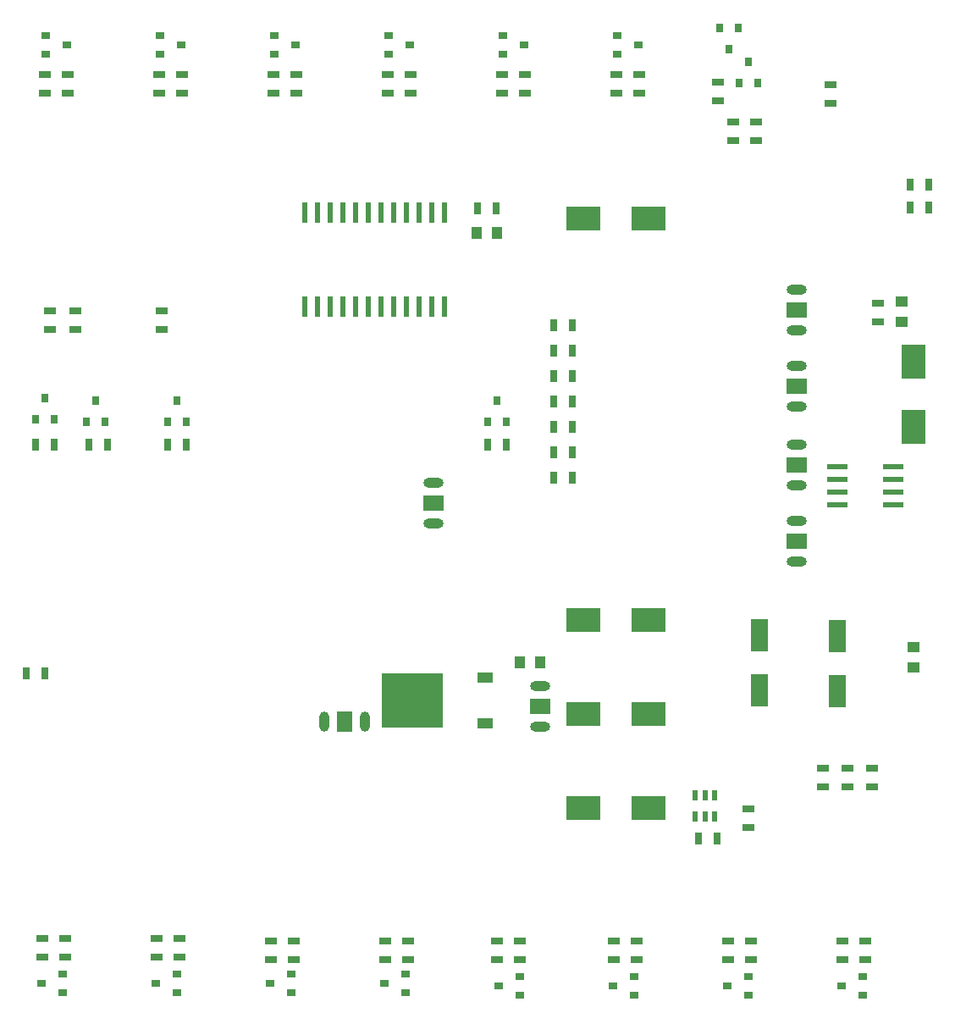
<source format=gbr>
G04 #@! TF.FileFunction,Paste,Bot*
%FSLAX46Y46*%
G04 Gerber Fmt 4.6, Leading zero omitted, Abs format (unit mm)*
G04 Created by KiCad (PCBNEW (2014-12-08 BZR 5317)-product) date sam. 06 juin 2015 11:44:28 CEST*
%MOMM*%
G01*
G04 APERTURE LIST*
%ADD10C,0.100000*%
%ADD11O,2.000000X1.000000*%
%ADD12R,2.000000X1.524000*%
%ADD13O,1.000000X2.000000*%
%ADD14R,1.524000X2.000000*%
%ADD15R,0.899160X0.800100*%
%ADD16R,6.197600X5.397500*%
%ADD17R,1.597660X0.998220*%
%ADD18R,0.599440X1.000760*%
%ADD19R,0.600000X2.000000*%
%ADD20R,1.998980X0.599440*%
%ADD21R,1.699260X3.299460*%
%ADD22R,0.800100X0.899160*%
%ADD23R,3.500120X2.400300*%
%ADD24R,2.400300X3.500120*%
%ADD25R,1.000000X1.250000*%
%ADD26R,1.250000X1.000000*%
%ADD27R,1.300000X0.700000*%
%ADD28R,0.700000X1.300000*%
G04 APERTURE END LIST*
D10*
D11*
X155702000Y-125984000D03*
D12*
X155702000Y-123952000D03*
D11*
X155702000Y-121920000D03*
X181356000Y-86360000D03*
D12*
X181356000Y-84328000D03*
D11*
X181356000Y-82296000D03*
X181356000Y-93980000D03*
D12*
X181356000Y-91948000D03*
D11*
X181356000Y-89916000D03*
X181356000Y-101854000D03*
D12*
X181356000Y-99822000D03*
D11*
X181356000Y-97790000D03*
X145034000Y-105664000D03*
D12*
X145034000Y-103632000D03*
D11*
X145034000Y-101600000D03*
D13*
X138176000Y-125476000D03*
D14*
X136144000Y-125476000D03*
D13*
X134112000Y-125476000D03*
D15*
X108414820Y-57785000D03*
X106314240Y-58734960D03*
X106314240Y-56835040D03*
D16*
X142915640Y-123317000D03*
D17*
X150213060Y-121038620D03*
X150213060Y-125595380D03*
D18*
X171259500Y-132801360D03*
X173164500Y-132801360D03*
X172212000Y-132801360D03*
X173164500Y-134914640D03*
X171259500Y-134914640D03*
X172212000Y-134914640D03*
D19*
X146177000Y-83948000D03*
X144907000Y-83948000D03*
X143637000Y-83948000D03*
X142367000Y-83948000D03*
X141097000Y-83948000D03*
X139827000Y-83948000D03*
X138557000Y-83948000D03*
X137287000Y-83948000D03*
X136017000Y-83948000D03*
X134747000Y-83948000D03*
X133477000Y-83948000D03*
X132207000Y-83948000D03*
X132207000Y-74548000D03*
X133477000Y-74548000D03*
X134747000Y-74548000D03*
X136017000Y-74548000D03*
X137287000Y-74548000D03*
X138557000Y-74548000D03*
X139827000Y-74548000D03*
X141097000Y-74548000D03*
X142367000Y-74548000D03*
X143637000Y-74548000D03*
X144907000Y-74548000D03*
X146177000Y-74548000D03*
D20*
X191008000Y-99949000D03*
X191008000Y-101219000D03*
X191008000Y-102489000D03*
X191008000Y-103759000D03*
X185420000Y-103759000D03*
X185420000Y-102489000D03*
X185420000Y-101219000D03*
X185420000Y-99949000D03*
D21*
X185420000Y-116883180D03*
X185420000Y-122384820D03*
D11*
X181356000Y-109474000D03*
D12*
X181356000Y-107442000D03*
D11*
X181356000Y-105410000D03*
D15*
X119844820Y-57785000D03*
X117744240Y-58734960D03*
X117744240Y-56835040D03*
X131274820Y-57785000D03*
X129174240Y-58734960D03*
X129174240Y-56835040D03*
X165564820Y-57785000D03*
X163464240Y-58734960D03*
X163464240Y-56835040D03*
D22*
X174625000Y-58249820D03*
X173675040Y-56149240D03*
X175574960Y-56149240D03*
X176530000Y-59479180D03*
X177479960Y-61579760D03*
X175580040Y-61579760D03*
X151384000Y-93388180D03*
X152333960Y-95488760D03*
X150434040Y-95488760D03*
X119380000Y-93388180D03*
X120329960Y-95488760D03*
X118430040Y-95488760D03*
X111252000Y-93388180D03*
X112201960Y-95488760D03*
X110302040Y-95488760D03*
X106172000Y-93134180D03*
X107121960Y-95234760D03*
X105222040Y-95234760D03*
D15*
X105834180Y-151638000D03*
X107934760Y-150688040D03*
X107934760Y-152587960D03*
X117264180Y-151638000D03*
X119364760Y-150688040D03*
X119364760Y-152587960D03*
X128694180Y-151638000D03*
X130794760Y-150688040D03*
X130794760Y-152587960D03*
X140124180Y-151638000D03*
X142224760Y-150688040D03*
X142224760Y-152587960D03*
X151554180Y-151892000D03*
X153654760Y-150942040D03*
X153654760Y-152841960D03*
X162984180Y-151892000D03*
X165084760Y-150942040D03*
X165084760Y-152841960D03*
X174414180Y-151892000D03*
X176514760Y-150942040D03*
X176514760Y-152841960D03*
X185844180Y-151892000D03*
X187944760Y-150942040D03*
X187944760Y-152841960D03*
X154134820Y-57785000D03*
X152034240Y-58734960D03*
X152034240Y-56835040D03*
X142704820Y-57785000D03*
X140604240Y-58734960D03*
X140604240Y-56835040D03*
D23*
X166573200Y-124714000D03*
X160070800Y-124714000D03*
X166573200Y-115316000D03*
X160070800Y-115316000D03*
X166573200Y-134112000D03*
X160070800Y-134112000D03*
X166573200Y-75184000D03*
X160070800Y-75184000D03*
D24*
X193040000Y-89458800D03*
X193040000Y-95961200D03*
D21*
X177647600Y-116832380D03*
X177647600Y-122334020D03*
D25*
X153686000Y-119507000D03*
X155686000Y-119507000D03*
X151368000Y-76606400D03*
X149368000Y-76606400D03*
D26*
X193040000Y-119999000D03*
X193040000Y-117999000D03*
X191846200Y-83493100D03*
X191846200Y-85493100D03*
D27*
X105918000Y-147132000D03*
X105918000Y-149032000D03*
X108204000Y-147132000D03*
X108204000Y-149032000D03*
X117348000Y-147132000D03*
X117348000Y-149032000D03*
X119634000Y-147132000D03*
X119634000Y-149032000D03*
X128778000Y-147386000D03*
X128778000Y-149286000D03*
X131064000Y-147386000D03*
X131064000Y-149286000D03*
X140208000Y-147386000D03*
X140208000Y-149286000D03*
X142494000Y-147386000D03*
X142494000Y-149286000D03*
X151384000Y-147386000D03*
X151384000Y-149286000D03*
X153670000Y-147386000D03*
X153670000Y-149286000D03*
X163068000Y-147386000D03*
X163068000Y-149286000D03*
X165354000Y-147386000D03*
X165354000Y-149286000D03*
X174498000Y-147386000D03*
X174498000Y-149286000D03*
X176784000Y-147386000D03*
X176784000Y-149286000D03*
X185928000Y-147386000D03*
X185928000Y-149286000D03*
X188214000Y-147386000D03*
X188214000Y-149286000D03*
D28*
X104333000Y-120650000D03*
X106233000Y-120650000D03*
D27*
X106172000Y-62672000D03*
X106172000Y-60772000D03*
D28*
X171516000Y-137160000D03*
X173416000Y-137160000D03*
D27*
X176530000Y-136078000D03*
X176530000Y-134178000D03*
X108458000Y-62672000D03*
X108458000Y-60772000D03*
X117602000Y-62672000D03*
X117602000Y-60772000D03*
X119888000Y-62672000D03*
X119888000Y-60772000D03*
X129032000Y-62672000D03*
X129032000Y-60772000D03*
X131318000Y-62672000D03*
X131318000Y-60772000D03*
X140462000Y-62672000D03*
X140462000Y-60772000D03*
X142748000Y-62672000D03*
X142748000Y-60772000D03*
X151892000Y-62672000D03*
X151892000Y-60772000D03*
X154178000Y-62672000D03*
X154178000Y-60772000D03*
X163322000Y-62672000D03*
X163322000Y-60772000D03*
X165608000Y-62672000D03*
X165608000Y-60772000D03*
X173482000Y-63434000D03*
X173482000Y-61534000D03*
X175006000Y-67371000D03*
X175006000Y-65471000D03*
X184785000Y-63662600D03*
X184785000Y-61762600D03*
X177292000Y-67371000D03*
X177292000Y-65471000D03*
D28*
X192725000Y-71755000D03*
X194625000Y-71755000D03*
X192725000Y-74041000D03*
X194625000Y-74041000D03*
X105222000Y-97790000D03*
X107122000Y-97790000D03*
X110556000Y-97790000D03*
X112456000Y-97790000D03*
X118430000Y-97790000D03*
X120330000Y-97790000D03*
X150434000Y-97790000D03*
X152334000Y-97790000D03*
X158938000Y-85852000D03*
X157038000Y-85852000D03*
X158938000Y-88392000D03*
X157038000Y-88392000D03*
X158938000Y-90932000D03*
X157038000Y-90932000D03*
X158938000Y-93472000D03*
X157038000Y-93472000D03*
X158938000Y-96012000D03*
X157038000Y-96012000D03*
X158938000Y-98552000D03*
X157038000Y-98552000D03*
X158938000Y-101092000D03*
X157038000Y-101092000D03*
D27*
X106680000Y-86294000D03*
X106680000Y-84394000D03*
X109220000Y-86294000D03*
X109220000Y-84394000D03*
X117856000Y-86294000D03*
X117856000Y-84394000D03*
D28*
X151318000Y-74168000D03*
X149418000Y-74168000D03*
D27*
X184023000Y-132014000D03*
X184023000Y-130114000D03*
X186436000Y-130114000D03*
X186436000Y-132014000D03*
X189484000Y-83632000D03*
X189484000Y-85532000D03*
X188874400Y-130101300D03*
X188874400Y-132001300D03*
M02*

</source>
